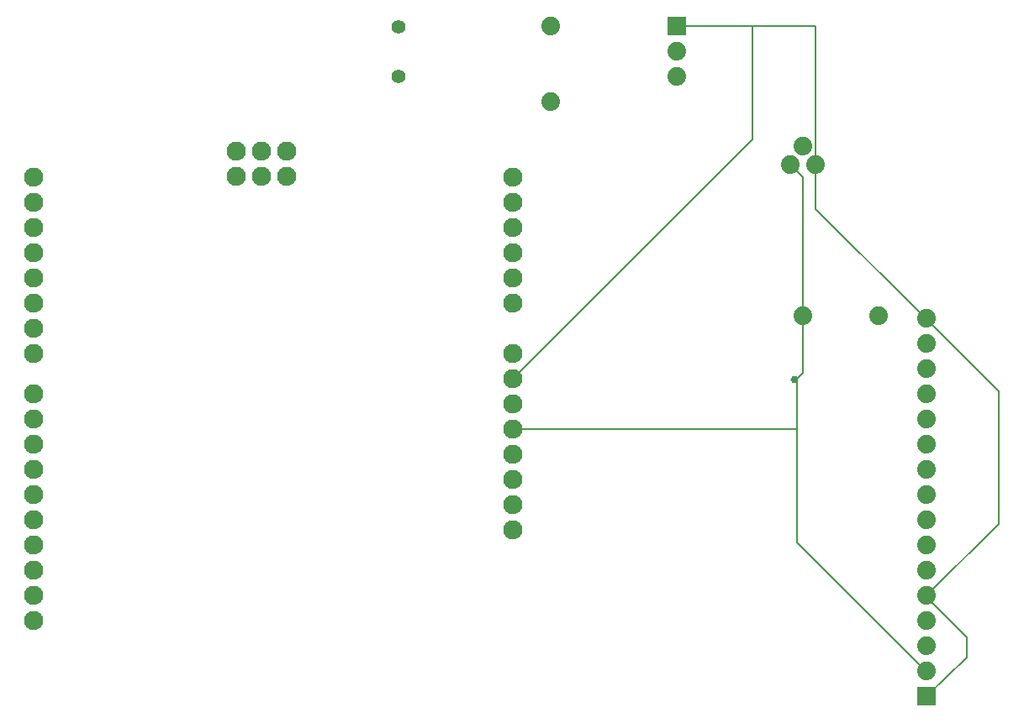
<source format=gbr>
G04 EAGLE Gerber RS-274X export*
G75*
%MOMM*%
%FSLAX34Y34*%
%LPD*%
%INBottom Copper*%
%IPPOS*%
%AMOC8*
5,1,8,0,0,1.08239X$1,22.5*%
G01*
%ADD10C,1.930400*%
%ADD11R,1.879600X1.879600*%
%ADD12C,1.879600*%
%ADD13C,1.400000*%
%ADD14C,0.152400*%
%ADD15C,0.756400*%


D10*
X508000Y355600D03*
X508000Y381000D03*
X508000Y406400D03*
X508000Y431800D03*
X508000Y457200D03*
X508000Y482600D03*
X508000Y508000D03*
X508000Y533400D03*
X508000Y584200D03*
X508000Y609600D03*
X508000Y635000D03*
X508000Y660400D03*
X508000Y685800D03*
X508000Y711200D03*
X25400Y711200D03*
X25400Y685800D03*
X25400Y660400D03*
X25400Y635000D03*
X25400Y609600D03*
X25400Y584200D03*
X25400Y558800D03*
X25400Y533400D03*
X25400Y492760D03*
X25400Y467360D03*
X25400Y441960D03*
X25400Y416560D03*
X25400Y391160D03*
X25400Y365760D03*
X25400Y340360D03*
X25400Y314960D03*
X25400Y289560D03*
X25400Y264160D03*
X229100Y712600D03*
X229100Y738000D03*
X254500Y712600D03*
X254500Y738000D03*
X279900Y712600D03*
X279900Y738000D03*
D11*
X924500Y188000D03*
D12*
X924500Y213400D03*
X924500Y238800D03*
X924500Y264200D03*
X924500Y289600D03*
X924500Y315000D03*
X924500Y340400D03*
X924500Y365800D03*
X924500Y391200D03*
X924500Y416600D03*
X924500Y442000D03*
X924500Y467400D03*
X924500Y492800D03*
X924500Y518200D03*
X924500Y543600D03*
X924500Y569000D03*
D13*
X392900Y813200D03*
X392900Y863200D03*
D12*
X546100Y787400D03*
X546100Y863600D03*
X800100Y571500D03*
X876300Y571500D03*
X812800Y723900D03*
X800100Y742950D03*
X787400Y723900D03*
D11*
X672950Y863600D03*
D12*
X672950Y838200D03*
X672950Y812800D03*
D14*
X786384Y723900D02*
X787400Y723900D01*
X787908Y507492D02*
X790956Y507492D01*
D15*
X790956Y507492D03*
D14*
X793750Y508000D02*
X800100Y514350D01*
X800100Y571500D01*
X793750Y342900D02*
X920750Y215900D01*
X793750Y457200D02*
X793750Y508000D01*
X793750Y457200D02*
X793750Y342900D01*
X920750Y215900D02*
X924500Y213400D01*
X793750Y508000D02*
X790956Y507492D01*
X793750Y457200D02*
X508000Y457200D01*
X787400Y723900D02*
X800100Y711200D01*
X800100Y571500D01*
X965200Y247650D02*
X965200Y227135D01*
X965200Y247650D02*
X927100Y285750D01*
X965200Y227135D02*
X924500Y188000D01*
X927100Y285750D02*
X924500Y289600D01*
X920750Y571500D02*
X812800Y679450D01*
X920750Y571500D02*
X996950Y495300D01*
X812800Y679450D02*
X812800Y723900D01*
X920750Y571500D02*
X924500Y569000D01*
X812800Y863600D02*
X749300Y863600D01*
X672950Y863600D01*
X812800Y863600D02*
X812800Y723900D01*
X749300Y749300D02*
X508000Y508000D01*
X749300Y749300D02*
X749300Y863600D01*
X996950Y495300D02*
X996950Y362050D01*
X924500Y289600D01*
X672950Y838200D02*
X667512Y838200D01*
M02*

</source>
